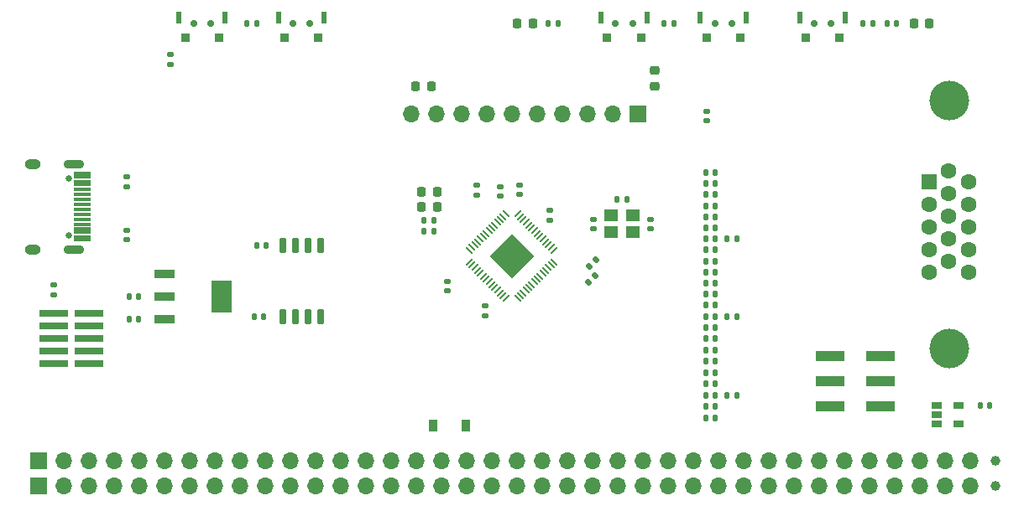
<source format=gts>
G04 #@! TF.GenerationSoftware,KiCad,Pcbnew,6.0.7-f9a2dced07~116~ubuntu22.04.1*
G04 #@! TF.CreationDate,2022-09-25T17:36:40-07:00*
G04 #@! TF.ProjectId,rc2014compat-pico-vga,72633230-3134-4636-9f6d-7061742d7069,rev?*
G04 #@! TF.SameCoordinates,Original*
G04 #@! TF.FileFunction,Soldermask,Top*
G04 #@! TF.FilePolarity,Negative*
%FSLAX46Y46*%
G04 Gerber Fmt 4.6, Leading zero omitted, Abs format (unit mm)*
G04 Created by KiCad (PCBNEW 6.0.7-f9a2dced07~116~ubuntu22.04.1) date 2022-09-25 17:36:40*
%MOMM*%
%LPD*%
G01*
G04 APERTURE LIST*
G04 Aperture macros list*
%AMRoundRect*
0 Rectangle with rounded corners*
0 $1 Rounding radius*
0 $2 $3 $4 $5 $6 $7 $8 $9 X,Y pos of 4 corners*
0 Add a 4 corners polygon primitive as box body*
4,1,4,$2,$3,$4,$5,$6,$7,$8,$9,$2,$3,0*
0 Add four circle primitives for the rounded corners*
1,1,$1+$1,$2,$3*
1,1,$1+$1,$4,$5*
1,1,$1+$1,$6,$7*
1,1,$1+$1,$8,$9*
0 Add four rect primitives between the rounded corners*
20,1,$1+$1,$2,$3,$4,$5,0*
20,1,$1+$1,$4,$5,$6,$7,0*
20,1,$1+$1,$6,$7,$8,$9,0*
20,1,$1+$1,$8,$9,$2,$3,0*%
G04 Aperture macros list end*
%ADD10RoundRect,0.218750X-0.218750X-0.256250X0.218750X-0.256250X0.218750X0.256250X-0.218750X0.256250X0*%
%ADD11RoundRect,0.147500X0.147500X0.172500X-0.147500X0.172500X-0.147500X-0.172500X0.147500X-0.172500X0*%
%ADD12R,3.000000X1.000000*%
%ADD13C,0.700000*%
%ADD14R,0.900000X0.900000*%
%ADD15R,0.600000X1.200000*%
%ADD16RoundRect,0.147500X0.172500X-0.147500X0.172500X0.147500X-0.172500X0.147500X-0.172500X-0.147500X0*%
%ADD17RoundRect,0.147500X-0.172500X0.147500X-0.172500X-0.147500X0.172500X-0.147500X0.172500X0.147500X0*%
%ADD18RoundRect,0.147500X0.017678X-0.226274X0.226274X-0.017678X-0.017678X0.226274X-0.226274X0.017678X0*%
%ADD19RoundRect,0.147500X-0.147500X-0.172500X0.147500X-0.172500X0.147500X0.172500X-0.147500X0.172500X0*%
%ADD20RoundRect,0.218750X0.218750X0.256250X-0.218750X0.256250X-0.218750X-0.256250X0.218750X-0.256250X0*%
%ADD21R,1.700000X1.700000*%
%ADD22O,1.700000X1.700000*%
%ADD23C,4.000000*%
%ADD24R,1.600000X1.600000*%
%ADD25C,1.600000*%
%ADD26R,1.060000X0.650000*%
%ADD27R,0.900000X1.200000*%
%ADD28R,2.997200X0.762000*%
%ADD29C,0.650000*%
%ADD30R,1.750000X0.300000*%
%ADD31O,1.600000X1.000000*%
%ADD32O,2.100000X0.900000*%
%ADD33RoundRect,0.218750X0.256250X-0.218750X0.256250X0.218750X-0.256250X0.218750X-0.256250X-0.218750X0*%
%ADD34RoundRect,0.150000X0.150000X-0.650000X0.150000X0.650000X-0.150000X0.650000X-0.150000X-0.650000X0*%
%ADD35RoundRect,0.050000X-0.238649X-0.309359X0.309359X0.238649X0.238649X0.309359X-0.309359X-0.238649X0*%
%ADD36RoundRect,0.050000X0.238649X-0.309359X0.309359X-0.238649X-0.238649X0.309359X-0.309359X0.238649X0*%
%ADD37RoundRect,0.144000X0.000000X-2.059095X2.059095X0.000000X0.000000X2.059095X-2.059095X0.000000X0*%
%ADD38R,1.400000X1.200000*%
%ADD39R,2.150000X0.950000*%
%ADD40R,2.150000X3.250000*%
%ADD41C,1.000000*%
G04 APERTURE END LIST*
D10*
G04 #@! TO.C,R37*
X194335300Y-121920000D03*
X195910300Y-121920000D03*
G04 #@! TD*
D11*
G04 #@! TO.C,R21*
X224005000Y-136779000D03*
X223035000Y-136779000D03*
G04 #@! TD*
D12*
G04 #@! TO.C,SW5*
X235585000Y-143637000D03*
X235585000Y-141097000D03*
X235585000Y-138547000D03*
X240665000Y-143637000D03*
X240665000Y-141097000D03*
X240665000Y-138557000D03*
G04 #@! TD*
D13*
G04 #@! TO.C,SW1*
X181362000Y-104910000D03*
X183062000Y-104910000D03*
D14*
X183912000Y-106360000D03*
X180512000Y-106360000D03*
D15*
X184512000Y-104310000D03*
X179912000Y-104310000D03*
G04 #@! TD*
D16*
G04 #@! TO.C,C14*
X204266800Y-122201800D03*
X204266800Y-121231800D03*
G04 #@! TD*
D11*
G04 #@! TO.C,R10*
X224005000Y-144780000D03*
X223035000Y-144780000D03*
G04 #@! TD*
D17*
G04 #@! TO.C,C17*
X200761600Y-133474600D03*
X200761600Y-134444600D03*
G04 #@! TD*
D11*
G04 #@! TO.C,R13*
X224005000Y-130048000D03*
X223035000Y-130048000D03*
G04 #@! TD*
G04 #@! TO.C,R9*
X224005000Y-143637000D03*
X223035000Y-143637000D03*
G04 #@! TD*
D18*
G04 #@! TO.C,C8*
X211289853Y-129451147D03*
X211975747Y-128765253D03*
G04 #@! TD*
D19*
G04 #@! TO.C,R33*
X214094200Y-122732800D03*
X215064200Y-122732800D03*
G04 #@! TD*
D17*
G04 #@! TO.C,R16*
X164592000Y-125803800D03*
X164592000Y-126773800D03*
G04 #@! TD*
D19*
G04 #@! TO.C,R1*
X218844000Y-104902000D03*
X219814000Y-104902000D03*
G04 #@! TD*
D20*
G04 #@! TO.C,D1*
X245577500Y-104910000D03*
X244002500Y-104910000D03*
G04 #@! TD*
D19*
G04 #@! TO.C,R35*
X177467400Y-134569200D03*
X178437400Y-134569200D03*
G04 #@! TD*
D17*
G04 #@! TO.C,C11*
X197002400Y-130985400D03*
X197002400Y-131955400D03*
G04 #@! TD*
D11*
G04 #@! TO.C,R3*
X224005000Y-137922000D03*
X223035000Y-137922000D03*
G04 #@! TD*
G04 #@! TO.C,R5*
X224005000Y-141351000D03*
X223035000Y-141351000D03*
G04 #@! TD*
D16*
G04 #@! TO.C,C16*
X157226000Y-132311000D03*
X157226000Y-131341000D03*
G04 #@! TD*
D13*
G04 #@! TO.C,SW4*
X233940000Y-104910000D03*
X235640000Y-104910000D03*
D14*
X236490000Y-106360000D03*
X233090000Y-106360000D03*
D15*
X232490000Y-104310000D03*
X237090000Y-104310000D03*
G04 #@! TD*
D11*
G04 #@! TO.C,R24*
X224005000Y-122224800D03*
X223035000Y-122224800D03*
G04 #@! TD*
D13*
G04 #@! TO.C,SW6*
X171362000Y-104910000D03*
X173062000Y-104910000D03*
D14*
X173912000Y-106360000D03*
X170512000Y-106360000D03*
D15*
X169912000Y-104310000D03*
X174512000Y-104310000D03*
G04 #@! TD*
D11*
G04 #@! TO.C,R30*
X224005000Y-127812800D03*
X223035000Y-127812800D03*
G04 #@! TD*
D21*
G04 #@! TO.C,J1*
X216149300Y-114032800D03*
D22*
X213609300Y-114032800D03*
X211069300Y-114032800D03*
X208529300Y-114032800D03*
X205989300Y-114032800D03*
X203449300Y-114032800D03*
X200909300Y-114032800D03*
X198369300Y-114032800D03*
X195829300Y-114032800D03*
X193289300Y-114032800D03*
G04 #@! TD*
D11*
G04 #@! TO.C,C3*
X165839000Y-134823200D03*
X164869000Y-134823200D03*
G04 #@! TD*
D23*
G04 #@! TO.C,J2*
X247605669Y-112737000D03*
X247605669Y-137737000D03*
D24*
X245555669Y-120922000D03*
D25*
X245555669Y-123212000D03*
X245555669Y-125502000D03*
X245555669Y-127792000D03*
X245555669Y-130082000D03*
X247535669Y-119777000D03*
X247535669Y-122067000D03*
X247535669Y-124357000D03*
X247535669Y-126647000D03*
X247535669Y-128937000D03*
X249515669Y-120922000D03*
X249515669Y-123212000D03*
X249515669Y-125502000D03*
X249515669Y-127792000D03*
X249515669Y-130082000D03*
G04 #@! TD*
D26*
G04 #@! TO.C,U1*
X246296000Y-143525200D03*
X246296000Y-144475200D03*
X246296000Y-145425200D03*
X248496000Y-145425200D03*
X248496000Y-143525200D03*
G04 #@! TD*
D11*
G04 #@! TO.C,R23*
X224005000Y-123342400D03*
X223035000Y-123342400D03*
G04 #@! TD*
D10*
G04 #@! TO.C,D3*
X204002500Y-104910000D03*
X205577500Y-104910000D03*
G04 #@! TD*
D11*
G04 #@! TO.C,R2*
X224005000Y-139065000D03*
X223035000Y-139065000D03*
G04 #@! TD*
G04 #@! TO.C,R7*
X224005000Y-142494000D03*
X223035000Y-142494000D03*
G04 #@! TD*
D16*
G04 #@! TO.C,C6*
X211734400Y-125656200D03*
X211734400Y-124686200D03*
G04 #@! TD*
D11*
G04 #@! TO.C,R32*
X224005000Y-119989600D03*
X223035000Y-119989600D03*
G04 #@! TD*
G04 #@! TO.C,R29*
X224005000Y-128930400D03*
X223035000Y-128930400D03*
G04 #@! TD*
D27*
G04 #@! TO.C,D2*
X195555600Y-145542000D03*
X198855600Y-145542000D03*
G04 #@! TD*
D19*
G04 #@! TO.C,R22*
X238910000Y-104902000D03*
X239880000Y-104902000D03*
G04 #@! TD*
D16*
G04 #@! TO.C,C10*
X199948800Y-122252600D03*
X199948800Y-121282600D03*
G04 #@! TD*
D11*
G04 #@! TO.C,R27*
X226164000Y-126695200D03*
X225194000Y-126695200D03*
G04 #@! TD*
D16*
G04 #@! TO.C,C18*
X207314800Y-124792600D03*
X207314800Y-123822600D03*
G04 #@! TD*
D11*
G04 #@! TO.C,R38*
X208130000Y-104910000D03*
X207160000Y-104910000D03*
G04 #@! TD*
D13*
G04 #@! TO.C,SW2*
X215640000Y-104910000D03*
X213940000Y-104910000D03*
D14*
X216490000Y-106360000D03*
X213090000Y-106360000D03*
D15*
X212490000Y-104310000D03*
X217090000Y-104310000D03*
G04 #@! TD*
D28*
G04 #@! TO.C,J6*
X157226000Y-134239000D03*
X160782000Y-134239000D03*
X157226000Y-135509000D03*
X160782000Y-135509000D03*
X157226000Y-136779000D03*
X160782000Y-136779000D03*
X157226000Y-138049000D03*
X160782000Y-138049000D03*
X157226000Y-139319000D03*
X160782000Y-139319000D03*
G04 #@! TD*
D13*
G04 #@! TO.C,SW3*
X223940000Y-104910000D03*
X225640000Y-104910000D03*
D14*
X226490000Y-106360000D03*
X223090000Y-106360000D03*
D15*
X227090000Y-104310000D03*
X222490000Y-104310000D03*
G04 #@! TD*
D11*
G04 #@! TO.C,R20*
X224005000Y-135636000D03*
X223035000Y-135636000D03*
G04 #@! TD*
D29*
G04 #@! TO.C,J3*
X158782000Y-126334000D03*
X158782000Y-120554000D03*
D30*
X160122000Y-120094000D03*
X160122000Y-120894000D03*
X160122000Y-122194000D03*
X160122000Y-123194000D03*
X160122000Y-123694000D03*
X160122000Y-124694000D03*
X160122000Y-125994000D03*
X160122000Y-126794000D03*
X160122000Y-126494000D03*
X160122000Y-125694000D03*
X160122000Y-125194000D03*
X160122000Y-124194000D03*
X160122000Y-122694000D03*
X160122000Y-121694000D03*
X160122000Y-121194000D03*
X160122000Y-120394000D03*
D31*
X155102000Y-127764000D03*
D32*
X159282000Y-119124000D03*
X159282000Y-127764000D03*
D31*
X155102000Y-119124000D03*
G04 #@! TD*
D11*
G04 #@! TO.C,C15*
X195607800Y-124815600D03*
X194637800Y-124815600D03*
G04 #@! TD*
D33*
G04 #@! TO.C,C1*
X217855800Y-111252100D03*
X217855800Y-109677100D03*
G04 #@! TD*
D11*
G04 #@! TO.C,R17*
X226164000Y-134518400D03*
X225194000Y-134518400D03*
G04 #@! TD*
G04 #@! TO.C,R28*
X224005000Y-126695200D03*
X223035000Y-126695200D03*
G04 #@! TD*
G04 #@! TO.C,R15*
X224005000Y-133400800D03*
X223035000Y-133400800D03*
G04 #@! TD*
D19*
G04 #@! TO.C,C5*
X250721000Y-143510000D03*
X251691000Y-143510000D03*
G04 #@! TD*
D34*
G04 #@! TO.C,U3*
X180365400Y-134562400D03*
X181635400Y-134562400D03*
X182905400Y-134562400D03*
X184175400Y-134562400D03*
X184175400Y-127362400D03*
X182905400Y-127362400D03*
X181635400Y-127362400D03*
X180365400Y-127362400D03*
G04 #@! TD*
D35*
G04 #@! TO.C,U2*
X199180143Y-129027302D03*
X199462986Y-129310145D03*
X199745828Y-129592987D03*
X200028671Y-129875830D03*
X200311514Y-130158673D03*
X200594356Y-130441515D03*
X200877199Y-130724358D03*
X201160042Y-131007201D03*
X201442885Y-131290044D03*
X201725727Y-131572886D03*
X202008570Y-131855729D03*
X202291413Y-132138572D03*
X202574255Y-132421414D03*
X202857098Y-132704257D03*
D36*
X204041502Y-132704257D03*
X204324345Y-132421414D03*
X204607187Y-132138572D03*
X204890030Y-131855729D03*
X205172873Y-131572886D03*
X205455715Y-131290044D03*
X205738558Y-131007201D03*
X206021401Y-130724358D03*
X206304244Y-130441515D03*
X206587086Y-130158673D03*
X206869929Y-129875830D03*
X207152772Y-129592987D03*
X207435614Y-129310145D03*
X207718457Y-129027302D03*
D35*
X207718457Y-127842898D03*
X207435614Y-127560055D03*
X207152772Y-127277213D03*
X206869929Y-126994370D03*
X206587086Y-126711527D03*
X206304244Y-126428685D03*
X206021401Y-126145842D03*
X205738558Y-125862999D03*
X205455715Y-125580156D03*
X205172873Y-125297314D03*
X204890030Y-125014471D03*
X204607187Y-124731628D03*
X204324345Y-124448786D03*
X204041502Y-124165943D03*
D36*
X202857098Y-124165943D03*
X202574255Y-124448786D03*
X202291413Y-124731628D03*
X202008570Y-125014471D03*
X201725727Y-125297314D03*
X201442885Y-125580156D03*
X201160042Y-125862999D03*
X200877199Y-126145842D03*
X200594356Y-126428685D03*
X200311514Y-126711527D03*
X200028671Y-126994370D03*
X199745828Y-127277213D03*
X199462986Y-127560055D03*
X199180143Y-127842898D03*
D37*
X203449300Y-128435100D03*
G04 #@! TD*
D11*
G04 #@! TO.C,R14*
X224005000Y-132283200D03*
X223035000Y-132283200D03*
G04 #@! TD*
G04 #@! TO.C,C12*
X178716800Y-127355600D03*
X177746800Y-127355600D03*
G04 #@! TD*
D16*
G04 #@! TO.C,R39*
X169011600Y-109044600D03*
X169011600Y-108074600D03*
G04 #@! TD*
G04 #@! TO.C,C19*
X202336400Y-122354200D03*
X202336400Y-121384200D03*
G04 #@! TD*
D11*
G04 #@! TO.C,C9*
X195607800Y-125882400D03*
X194637800Y-125882400D03*
G04 #@! TD*
D38*
G04 #@! TO.C,X1*
X213479200Y-126021200D03*
X215679200Y-126021200D03*
X215679200Y-124321200D03*
X213479200Y-124321200D03*
G04 #@! TD*
D10*
G04 #@! TO.C,R36*
X194335300Y-123444000D03*
X195910300Y-123444000D03*
G04 #@! TD*
D19*
G04 #@! TO.C,R34*
X176756200Y-104902000D03*
X177726200Y-104902000D03*
G04 #@! TD*
D39*
G04 #@! TO.C,VR1*
X168397600Y-130237200D03*
X168397600Y-132537200D03*
X168397600Y-134837200D03*
D40*
X174197600Y-132537200D03*
G04 #@! TD*
D11*
G04 #@! TO.C,C4*
X165839000Y-132537200D03*
X164869000Y-132537200D03*
G04 #@! TD*
D20*
G04 #@! TO.C,C2*
X195326100Y-111277400D03*
X193751100Y-111277400D03*
G04 #@! TD*
D11*
G04 #@! TO.C,R4*
X224005000Y-140208000D03*
X223035000Y-140208000D03*
G04 #@! TD*
G04 #@! TO.C,R6*
X226164000Y-142494000D03*
X225194000Y-142494000D03*
G04 #@! TD*
G04 #@! TO.C,R12*
X224005000Y-131165600D03*
X223035000Y-131165600D03*
G04 #@! TD*
D16*
G04 #@! TO.C,R19*
X164592000Y-121389000D03*
X164592000Y-120419000D03*
G04 #@! TD*
D18*
G04 #@! TO.C,C13*
X211188253Y-131076747D03*
X211874147Y-130390853D03*
G04 #@! TD*
D11*
G04 #@! TO.C,R18*
X224005000Y-134518400D03*
X223035000Y-134518400D03*
G04 #@! TD*
G04 #@! TO.C,R26*
X224005000Y-125577600D03*
X223035000Y-125577600D03*
G04 #@! TD*
G04 #@! TO.C,R25*
X224005000Y-124460000D03*
X223035000Y-124460000D03*
G04 #@! TD*
D19*
G04 #@! TO.C,R8*
X241323000Y-104902000D03*
X242293000Y-104902000D03*
G04 #@! TD*
D11*
G04 #@! TO.C,R31*
X224005000Y-121107200D03*
X223035000Y-121107200D03*
G04 #@! TD*
D16*
G04 #@! TO.C,C7*
X217424000Y-125656200D03*
X217424000Y-124686200D03*
G04 #@! TD*
D17*
G04 #@! TO.C,R11*
X223164400Y-113764200D03*
X223164400Y-114734200D03*
G04 #@! TD*
D21*
G04 #@! TO.C,J5*
X155702000Y-151612600D03*
D22*
X158242000Y-151612600D03*
X160782000Y-151612600D03*
X163322000Y-151612600D03*
X165862000Y-151612600D03*
X168402000Y-151612600D03*
X170942000Y-151612600D03*
X173482000Y-151612600D03*
X176022000Y-151612600D03*
X178562000Y-151612600D03*
X181102000Y-151612600D03*
X183642000Y-151612600D03*
X186182000Y-151612600D03*
X188722000Y-151612600D03*
X191262000Y-151612600D03*
X193802000Y-151612600D03*
X196342000Y-151612600D03*
X198882000Y-151612600D03*
X201422000Y-151612600D03*
X203962000Y-151612600D03*
X206502000Y-151612600D03*
X209042000Y-151612600D03*
X211582000Y-151612600D03*
X214122000Y-151612600D03*
X216662000Y-151612600D03*
X219202000Y-151612600D03*
X221742000Y-151612600D03*
X224282000Y-151612600D03*
X226822000Y-151612600D03*
X229362000Y-151612600D03*
X231902000Y-151612600D03*
X234442000Y-151612600D03*
X236982000Y-151612600D03*
X239522000Y-151612600D03*
X242062000Y-151612600D03*
X244602000Y-151612600D03*
X247142000Y-151612600D03*
X249682000Y-151612600D03*
D41*
X252222000Y-151612600D03*
G04 #@! TD*
D21*
G04 #@! TO.C,J4*
X155702000Y-149072600D03*
D22*
X158242000Y-149072600D03*
X160782000Y-149072600D03*
X163322000Y-149072600D03*
X165862000Y-149072600D03*
X168402000Y-149072600D03*
X170942000Y-149072600D03*
X173482000Y-149072600D03*
X176022000Y-149072600D03*
X178562000Y-149072600D03*
X181102000Y-149072600D03*
X183642000Y-149072600D03*
X186182000Y-149072600D03*
X188722000Y-149072600D03*
X191262000Y-149072600D03*
X193802000Y-149072600D03*
X196342000Y-149072600D03*
X198882000Y-149072600D03*
X201422000Y-149072600D03*
X203962000Y-149072600D03*
X206502000Y-149072600D03*
X209042000Y-149072600D03*
X211582000Y-149072600D03*
X214122000Y-149072600D03*
X216662000Y-149072600D03*
X219202000Y-149072600D03*
X221742000Y-149072600D03*
X224282000Y-149072600D03*
X226822000Y-149072600D03*
X229362000Y-149072600D03*
X231902000Y-149072600D03*
X234442000Y-149072600D03*
X236982000Y-149072600D03*
X239522000Y-149072600D03*
X242062000Y-149072600D03*
X244602000Y-149072600D03*
X247142000Y-149072600D03*
X249682000Y-149072600D03*
D41*
X252222000Y-149072600D03*
G04 #@! TD*
M02*

</source>
